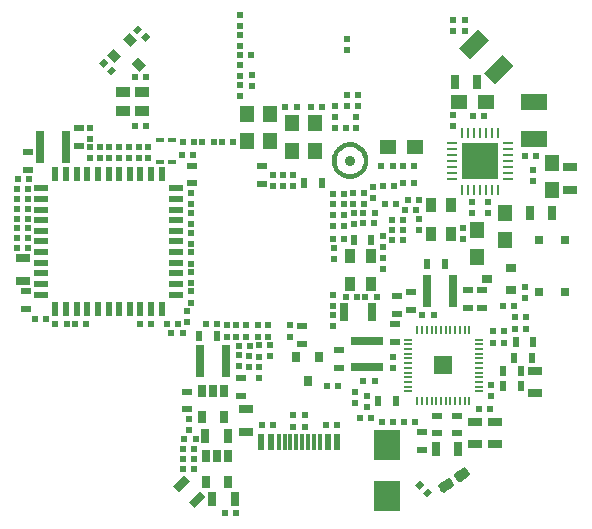
<source format=gtp>
G04 #@! TF.GenerationSoftware,KiCad,Pcbnew,5.1.5+dfsg1-2build2*
G04 #@! TF.CreationDate,2021-02-18T18:18:59+01:00*
G04 #@! TF.ProjectId,OtterCastAudioV2,4f747465-7243-4617-9374-417564696f56,rev?*
G04 #@! TF.SameCoordinates,Original*
G04 #@! TF.FileFunction,Paste,Top*
G04 #@! TF.FilePolarity,Positive*
%FSLAX46Y46*%
G04 Gerber Fmt 4.6, Leading zero omitted, Abs format (unit mm)*
G04 Created by KiCad (PCBNEW 5.1.5+dfsg1-2build2) date 2021-02-18 18:18:59*
%MOMM*%
%LPD*%
G04 APERTURE LIST*
%ADD10R,0.600000X0.500000*%
%ADD11R,0.500000X0.600000*%
%ADD12R,1.200000X0.510000*%
%ADD13R,0.510000X1.200000*%
%ADD14R,0.250000X0.900000*%
%ADD15R,0.900000X0.250000*%
%ADD16R,3.140000X3.140000*%
%ADD17C,0.100000*%
%ADD18R,0.790000X0.440000*%
%ADD19R,0.800000X2.700000*%
%ADD20R,0.900000X0.600000*%
%ADD21R,1.300000X0.700000*%
%ADD22R,0.650000X0.800000*%
%ADD23R,2.250000X1.315000*%
%ADD24R,1.250000X1.400000*%
%ADD25R,1.400000X1.250000*%
%ADD26R,0.750000X1.500000*%
%ADD27R,0.800000X0.900000*%
%ADD28R,0.600000X0.900000*%
%ADD29R,0.800000X0.200000*%
%ADD30R,0.200000X0.800000*%
%ADD31R,1.620000X1.620000*%
%ADD32R,2.700000X0.800000*%
%ADD33R,0.600000X1.450000*%
%ADD34R,0.300000X1.450000*%
%ADD35R,0.950000X1.200000*%
%ADD36R,0.650000X1.060000*%
%ADD37R,0.900000X0.800000*%
%ADD38C,0.900000*%
%ADD39R,0.700000X1.300000*%
%ADD40R,2.300000X2.500000*%
%ADD41R,1.225000X0.850000*%
G04 APERTURE END LIST*
D10*
X119100000Y-104570000D03*
X119100000Y-103630000D03*
D11*
X103270000Y-112000000D03*
X102330000Y-112000000D03*
D12*
X78130000Y-100700000D03*
X78130000Y-98000000D03*
X78130000Y-104300000D03*
X78130000Y-103400000D03*
X78130000Y-97100000D03*
X78130000Y-98900000D03*
X78130000Y-99800000D03*
X78130000Y-101600000D03*
X78130000Y-96200000D03*
X78130000Y-102500000D03*
X78130000Y-95300000D03*
X89570000Y-100700000D03*
X89570000Y-98000000D03*
X89570000Y-104300000D03*
X89570000Y-103400000D03*
X89570000Y-97100000D03*
X89570000Y-98900000D03*
X89570000Y-99800000D03*
X89570000Y-101600000D03*
X89570000Y-96200000D03*
X89570000Y-102500000D03*
X89570000Y-95300000D03*
D13*
X82950000Y-94080000D03*
X85650000Y-94080000D03*
X79350000Y-94080000D03*
X80250000Y-94080000D03*
X86550000Y-94080000D03*
X84750000Y-94080000D03*
X83850000Y-94080000D03*
X82050000Y-94080000D03*
X87450000Y-94080000D03*
X81150000Y-94080000D03*
X88350000Y-94080000D03*
X80250000Y-105520000D03*
X81150000Y-105520000D03*
X82050000Y-105520000D03*
X82950000Y-105520000D03*
X83850000Y-105520000D03*
X84750000Y-105520000D03*
X85650000Y-105520000D03*
X86550000Y-105520000D03*
X87450000Y-105520000D03*
X79350000Y-105520000D03*
X88350000Y-105520000D03*
D14*
X115800000Y-95400000D03*
X114300000Y-95400000D03*
X116300000Y-95400000D03*
X116800000Y-95400000D03*
X114800000Y-95400000D03*
X115300000Y-95400000D03*
X113800000Y-95400000D03*
X114800000Y-90600000D03*
X116300000Y-90600000D03*
X114300000Y-90600000D03*
X113800000Y-90600000D03*
X115800000Y-90600000D03*
X115300000Y-90600000D03*
X116800000Y-90600000D03*
D15*
X117700000Y-93500000D03*
X117700000Y-92000000D03*
X117700000Y-94000000D03*
X117700000Y-94500000D03*
X117700000Y-92500000D03*
X117700000Y-93000000D03*
X117700000Y-91500000D03*
X112900000Y-93500000D03*
X112900000Y-94000000D03*
X112900000Y-94500000D03*
X112900000Y-91500000D03*
X112900000Y-92000000D03*
X112900000Y-92500000D03*
X112900000Y-93000000D03*
D16*
X115300000Y-93000000D03*
D17*
G36*
X86568431Y-82517695D02*
G01*
X86992695Y-82093431D01*
X87346249Y-82446985D01*
X86921985Y-82871249D01*
X86568431Y-82517695D01*
G37*
G36*
X85903751Y-81853015D02*
G01*
X86328015Y-81428751D01*
X86681569Y-81782305D01*
X86257305Y-82206569D01*
X85903751Y-81853015D01*
G37*
G36*
X83693431Y-85392695D02*
G01*
X84117695Y-84968431D01*
X84471249Y-85321985D01*
X84046985Y-85746249D01*
X83693431Y-85392695D01*
G37*
G36*
X83028751Y-84728015D02*
G01*
X83453015Y-84303751D01*
X83806569Y-84657305D01*
X83382305Y-85081569D01*
X83028751Y-84728015D01*
G37*
D18*
X89220000Y-91240000D03*
X89220000Y-93040000D03*
X88220000Y-93040000D03*
X88220000Y-91240000D03*
D19*
X80260000Y-91760000D03*
X78060000Y-91760000D03*
D20*
X76990000Y-92210000D03*
X76990000Y-93710000D03*
D21*
X122940000Y-93500000D03*
X122940000Y-95400000D03*
D11*
X105420000Y-98260000D03*
X106360000Y-98260000D03*
X105430000Y-97410000D03*
X106370000Y-97410000D03*
X107865000Y-98820000D03*
X108805000Y-98820000D03*
X107855000Y-97990001D03*
X108795000Y-97990001D03*
D10*
X102900000Y-101295000D03*
X102900000Y-100355000D03*
D11*
X108820000Y-99650000D03*
X107880000Y-99650000D03*
D10*
X104585000Y-95700000D03*
X104585000Y-96640000D03*
X99200000Y-107845000D03*
X99200000Y-106905000D03*
X102850000Y-105270000D03*
X102850000Y-104330000D03*
X90825000Y-103320000D03*
X90825000Y-102380000D03*
X90825000Y-100730000D03*
X90825000Y-101670000D03*
D11*
X103800000Y-96650000D03*
X102860000Y-96650000D03*
X94855000Y-108650000D03*
X95795000Y-108650000D03*
D10*
X95500000Y-107845000D03*
X95500000Y-106905000D03*
D11*
X103800000Y-97550000D03*
X102860000Y-97550000D03*
D10*
X83930000Y-92770000D03*
X83930000Y-91830000D03*
D11*
X77050000Y-97030000D03*
X76110000Y-97030000D03*
D10*
X90825000Y-98345000D03*
X90825000Y-97405000D03*
D11*
X87460000Y-106770000D03*
X86520000Y-106770000D03*
D10*
X87220000Y-92770000D03*
X87220000Y-91830000D03*
X84750000Y-92770000D03*
X84750000Y-91830000D03*
X83110000Y-92770000D03*
X83110000Y-91830000D03*
X82290000Y-92770000D03*
X82290000Y-91830000D03*
D11*
X77045000Y-97860000D03*
X76105000Y-97860000D03*
X77045000Y-99520000D03*
X76105000Y-99520000D03*
X77045000Y-98690000D03*
X76105000Y-98690000D03*
X77045000Y-100350000D03*
X76105000Y-100350000D03*
D10*
X86400000Y-92770000D03*
X86400000Y-91830000D03*
X85580000Y-92770000D03*
X85580000Y-91830000D03*
X113000000Y-81080000D03*
X113000000Y-82020000D03*
X96000000Y-86670000D03*
X96000000Y-85730000D03*
X104000000Y-83570000D03*
X104000000Y-82630000D03*
D11*
X98830000Y-88400000D03*
X99770000Y-88400000D03*
X104030000Y-88300000D03*
X104970000Y-88300000D03*
X101920000Y-88400000D03*
X100980000Y-88400000D03*
D10*
X119800000Y-94670000D03*
X119800000Y-93730000D03*
D11*
X92745000Y-91350000D03*
X91805000Y-91350000D03*
D10*
X105440000Y-95700000D03*
X105440000Y-96640000D03*
X106280000Y-95200000D03*
X106280000Y-96140000D03*
D11*
X107080000Y-95090000D03*
X108020000Y-95090000D03*
X108770000Y-94850000D03*
X109710000Y-94850000D03*
D10*
X95000000Y-84880000D03*
X95000000Y-85820000D03*
D11*
X109745000Y-93375000D03*
X108805000Y-93375000D03*
X95920000Y-84050000D03*
X94980000Y-84050000D03*
X91070000Y-91350000D03*
X90130000Y-91350000D03*
D10*
X104825000Y-90220000D03*
X104825000Y-89280000D03*
X103000000Y-88330000D03*
X103000000Y-89270000D03*
X95000000Y-80630000D03*
X95000000Y-81570000D03*
X95000000Y-82280000D03*
X95000000Y-83220000D03*
D11*
X102860000Y-95750000D03*
X103800000Y-95750000D03*
X91220000Y-116525000D03*
X90280000Y-116525000D03*
D10*
X90650000Y-115745000D03*
X90650000Y-114805000D03*
D11*
X90130000Y-118250000D03*
X91070000Y-118250000D03*
X90130000Y-119075000D03*
X91070000Y-119075000D03*
D10*
X97550000Y-108580000D03*
X97550000Y-109520000D03*
X96550000Y-111345000D03*
X96550000Y-110405000D03*
X95725000Y-110395000D03*
X95725000Y-109455000D03*
X94900000Y-110370000D03*
X94900000Y-109430000D03*
D11*
X108830000Y-115050000D03*
X109770000Y-115050000D03*
X107920000Y-115050000D03*
X106980000Y-115050000D03*
X106070000Y-114750000D03*
X105130000Y-114750000D03*
X103170000Y-115300000D03*
X102230000Y-115300000D03*
X96830000Y-115300000D03*
X97770000Y-115300000D03*
D10*
X100500000Y-114530000D03*
X100500000Y-115470000D03*
X99500000Y-114530000D03*
X99500000Y-115470000D03*
D11*
X94670000Y-122775000D03*
X93730000Y-122775000D03*
X119220000Y-107200000D03*
X118280000Y-107200000D03*
X119220000Y-106200000D03*
X118280000Y-106200000D03*
X117300000Y-107350000D03*
X116360000Y-107350000D03*
X118170000Y-105300000D03*
X117230000Y-105300000D03*
D10*
X105700000Y-113795000D03*
X105700000Y-112855000D03*
D11*
X116120000Y-113950000D03*
X115180000Y-113950000D03*
D17*
G36*
X110556569Y-120382305D02*
G01*
X110132305Y-120806569D01*
X109778751Y-120453015D01*
X110203015Y-120028751D01*
X110556569Y-120382305D01*
G37*
G36*
X111221249Y-121046985D02*
G01*
X110796985Y-121471249D01*
X110443431Y-121117695D01*
X110867695Y-120693431D01*
X111221249Y-121046985D01*
G37*
D11*
X90080000Y-92450000D03*
X91020000Y-92450000D03*
X81030000Y-106775000D03*
X81970000Y-106775000D03*
X80295000Y-106775000D03*
X79355000Y-106775000D03*
X78595000Y-106350000D03*
X77655000Y-106350000D03*
X76120000Y-96200000D03*
X77060000Y-96200000D03*
X76110000Y-95370000D03*
X77050000Y-95370000D03*
X76190000Y-94540000D03*
X77130000Y-94540000D03*
X86080000Y-85900000D03*
X87020000Y-85900000D03*
X86080000Y-90000000D03*
X87020000Y-90000000D03*
D10*
X90825000Y-99995000D03*
X90825000Y-99055000D03*
X94675000Y-107845000D03*
X94675000Y-106905000D03*
X114625000Y-97370000D03*
X114625000Y-96430000D03*
X90500000Y-105705000D03*
X90500000Y-106645000D03*
D22*
X122475000Y-99700000D03*
X122475000Y-104100000D03*
X120325000Y-99700000D03*
X120325000Y-104100000D03*
D11*
X103820000Y-98450000D03*
X102880000Y-98450000D03*
D23*
X119850000Y-88012500D03*
X119850000Y-91087500D03*
D17*
G36*
X116023241Y-82732251D02*
G01*
X114432251Y-84323241D01*
X113502405Y-83393395D01*
X115093395Y-81802405D01*
X116023241Y-82732251D01*
G37*
G36*
X118197595Y-84906605D02*
G01*
X116606605Y-86497595D01*
X115676759Y-85567749D01*
X117267749Y-83976759D01*
X118197595Y-84906605D01*
G37*
D24*
X121400000Y-93150000D03*
X121400000Y-95450000D03*
D25*
X107475000Y-91800000D03*
X109775000Y-91800000D03*
D24*
X99400000Y-89800000D03*
X99400000Y-92100000D03*
X101350000Y-89800000D03*
X101350000Y-92100000D03*
X115025000Y-101125000D03*
X115025000Y-98825000D03*
X117400000Y-99700000D03*
X117400000Y-97400000D03*
X97500000Y-89000000D03*
X97500000Y-91300000D03*
X95549999Y-89000000D03*
X95549999Y-91300000D03*
D25*
X113525000Y-87950000D03*
X115825000Y-87950000D03*
D26*
X103750000Y-105800000D03*
X106150000Y-105800000D03*
D27*
X100700000Y-111600000D03*
X99750000Y-109600000D03*
X101650000Y-109600000D03*
D17*
G36*
X85806066Y-84771752D02*
G01*
X86371752Y-84206066D01*
X87008148Y-84842462D01*
X86442462Y-85408148D01*
X85806066Y-84771752D01*
G37*
G36*
X83720101Y-84029290D02*
G01*
X84285787Y-83463604D01*
X84922183Y-84100000D01*
X84356497Y-84665686D01*
X83720101Y-84029290D01*
G37*
G36*
X85063604Y-82685787D02*
G01*
X85629290Y-82120101D01*
X86265686Y-82756497D01*
X85700000Y-83322183D01*
X85063604Y-82685787D01*
G37*
D28*
X101940000Y-94820000D03*
X100440000Y-94820000D03*
D10*
X107950000Y-109605000D03*
X107950000Y-110545000D03*
D11*
X111370000Y-106050000D03*
X110430000Y-106050000D03*
D29*
X115175000Y-108100000D03*
X115175000Y-108500000D03*
X115175000Y-108900000D03*
X115175000Y-109300000D03*
X115175000Y-109700000D03*
X115175000Y-110100000D03*
X115175000Y-110500000D03*
X115175000Y-110900000D03*
X115175000Y-111300000D03*
X115175000Y-111700000D03*
X115175000Y-112100000D03*
X115175000Y-112500000D03*
D30*
X114400000Y-113275000D03*
X114000000Y-113275000D03*
X113600000Y-113275000D03*
X113200000Y-113275000D03*
X112800000Y-113275000D03*
X112400000Y-113275000D03*
X112000000Y-113275000D03*
X111600000Y-113275000D03*
X111200000Y-113275000D03*
X110800000Y-113275000D03*
X110400000Y-113275000D03*
X110000000Y-113275000D03*
D29*
X109225000Y-112500000D03*
X109225000Y-112100000D03*
X109225000Y-111700000D03*
X109225000Y-111300000D03*
X109225000Y-110900000D03*
X109225000Y-110500000D03*
X109225000Y-110100000D03*
X109225000Y-109700000D03*
X109225000Y-109300000D03*
X109225000Y-108900000D03*
X109225000Y-108500000D03*
X109225000Y-108100000D03*
D30*
X110000000Y-107325000D03*
X110400000Y-107325000D03*
X110800000Y-107325000D03*
X111200000Y-107325000D03*
X111600000Y-107325000D03*
X112000000Y-107325000D03*
X112400000Y-107325000D03*
X112800000Y-107325000D03*
X113200000Y-107325000D03*
X113600000Y-107325000D03*
X114000000Y-107325000D03*
X114400000Y-107325000D03*
D31*
X112200000Y-110300000D03*
D19*
X93775000Y-109950000D03*
X91575000Y-109950000D03*
D32*
X105700000Y-110400000D03*
X105700000Y-108200000D03*
D17*
G36*
X112659100Y-119842930D02*
G01*
X112679741Y-119845900D01*
X112699992Y-119850879D01*
X112719657Y-119857819D01*
X112738547Y-119866652D01*
X112756481Y-119877295D01*
X112773285Y-119889645D01*
X112788797Y-119903582D01*
X112802869Y-119918972D01*
X112815364Y-119935668D01*
X113053021Y-120288009D01*
X113063820Y-120305848D01*
X113072819Y-120324661D01*
X113079930Y-120344265D01*
X113085085Y-120364471D01*
X113088235Y-120385086D01*
X113089349Y-120405910D01*
X113088417Y-120426743D01*
X113085447Y-120447384D01*
X113080468Y-120467635D01*
X113073528Y-120487300D01*
X113064695Y-120506190D01*
X113054052Y-120524124D01*
X113041702Y-120540928D01*
X113027765Y-120556440D01*
X113012375Y-120570512D01*
X112995679Y-120583007D01*
X112332448Y-121030362D01*
X112314609Y-121041161D01*
X112295796Y-121050160D01*
X112276192Y-121057271D01*
X112255986Y-121062426D01*
X112235371Y-121065576D01*
X112214547Y-121066690D01*
X112193714Y-121065758D01*
X112173073Y-121062788D01*
X112152822Y-121057809D01*
X112133157Y-121050869D01*
X112114267Y-121042036D01*
X112096333Y-121031393D01*
X112079529Y-121019043D01*
X112064017Y-121005106D01*
X112049945Y-120989716D01*
X112037450Y-120973020D01*
X111799793Y-120620679D01*
X111788994Y-120602840D01*
X111779995Y-120584027D01*
X111772884Y-120564423D01*
X111767729Y-120544217D01*
X111764579Y-120523602D01*
X111763465Y-120502778D01*
X111764397Y-120481945D01*
X111767367Y-120461304D01*
X111772346Y-120441053D01*
X111779286Y-120421388D01*
X111788119Y-120402498D01*
X111798762Y-120384564D01*
X111811112Y-120367760D01*
X111825049Y-120352248D01*
X111840439Y-120338176D01*
X111857135Y-120325681D01*
X112520366Y-119878326D01*
X112538205Y-119867527D01*
X112557018Y-119858528D01*
X112576622Y-119851417D01*
X112596828Y-119846262D01*
X112617443Y-119843112D01*
X112638267Y-119841998D01*
X112659100Y-119842930D01*
G37*
G36*
X114006286Y-118934242D02*
G01*
X114026927Y-118937212D01*
X114047178Y-118942191D01*
X114066843Y-118949131D01*
X114085733Y-118957964D01*
X114103667Y-118968607D01*
X114120471Y-118980957D01*
X114135983Y-118994894D01*
X114150055Y-119010284D01*
X114162550Y-119026980D01*
X114400207Y-119379321D01*
X114411006Y-119397160D01*
X114420005Y-119415973D01*
X114427116Y-119435577D01*
X114432271Y-119455783D01*
X114435421Y-119476398D01*
X114436535Y-119497222D01*
X114435603Y-119518055D01*
X114432633Y-119538696D01*
X114427654Y-119558947D01*
X114420714Y-119578612D01*
X114411881Y-119597502D01*
X114401238Y-119615436D01*
X114388888Y-119632240D01*
X114374951Y-119647752D01*
X114359561Y-119661824D01*
X114342865Y-119674319D01*
X113679634Y-120121674D01*
X113661795Y-120132473D01*
X113642982Y-120141472D01*
X113623378Y-120148583D01*
X113603172Y-120153738D01*
X113582557Y-120156888D01*
X113561733Y-120158002D01*
X113540900Y-120157070D01*
X113520259Y-120154100D01*
X113500008Y-120149121D01*
X113480343Y-120142181D01*
X113461453Y-120133348D01*
X113443519Y-120122705D01*
X113426715Y-120110355D01*
X113411203Y-120096418D01*
X113397131Y-120081028D01*
X113384636Y-120064332D01*
X113146979Y-119711991D01*
X113136180Y-119694152D01*
X113127181Y-119675339D01*
X113120070Y-119655735D01*
X113114915Y-119635529D01*
X113111765Y-119614914D01*
X113110651Y-119594090D01*
X113111583Y-119573257D01*
X113114553Y-119552616D01*
X113119532Y-119532365D01*
X113126472Y-119512700D01*
X113135305Y-119493810D01*
X113145948Y-119475876D01*
X113158298Y-119459072D01*
X113172235Y-119443560D01*
X113187625Y-119429488D01*
X113204321Y-119416993D01*
X113867552Y-118969638D01*
X113885391Y-118958839D01*
X113904204Y-118949840D01*
X113923808Y-118942729D01*
X113944014Y-118937574D01*
X113964629Y-118934424D01*
X113985453Y-118933310D01*
X114006286Y-118934242D01*
G37*
D10*
X116200000Y-112870000D03*
X116200000Y-111930000D03*
D33*
X97600000Y-116800000D03*
X102400000Y-116800000D03*
X103200000Y-116800000D03*
X96800000Y-116800000D03*
X103200000Y-116800000D03*
X102400000Y-116800000D03*
D34*
X101750000Y-116800000D03*
X101250000Y-116800000D03*
X100750000Y-116800000D03*
X100250000Y-116800000D03*
X99750000Y-116800000D03*
X99250000Y-116800000D03*
X98750000Y-116800000D03*
X98250000Y-116800000D03*
D33*
X97600000Y-116800000D03*
X96800000Y-116800000D03*
D35*
X106075000Y-101000000D03*
X106075000Y-103400000D03*
X104325000Y-103400000D03*
X104325000Y-101000000D03*
X111125000Y-99150000D03*
X111125000Y-96750000D03*
X112875000Y-96750000D03*
X112875000Y-99150000D03*
D36*
X94000000Y-120150000D03*
X92100000Y-120150000D03*
X92100000Y-117950000D03*
X93050000Y-117950000D03*
X94000000Y-117950000D03*
X93625000Y-114625000D03*
X91725000Y-114625000D03*
X91725000Y-112425000D03*
X92675000Y-112425000D03*
X93625000Y-112425000D03*
D37*
X115900000Y-103000000D03*
X117900000Y-102050000D03*
X117900000Y-103950000D03*
D17*
G36*
X105544972Y-92026666D02*
G01*
X105629479Y-92153141D01*
X105701183Y-92287290D01*
X105759393Y-92427821D01*
X105803548Y-92573381D01*
X105833224Y-92722568D01*
X105848133Y-92873945D01*
X105848133Y-93026055D01*
X105833224Y-93177433D01*
X105803548Y-93326619D01*
X105759393Y-93472179D01*
X105701183Y-93612711D01*
X105629479Y-93746859D01*
X105544972Y-93873335D01*
X105448475Y-93990916D01*
X105340916Y-94098475D01*
X105223335Y-94194972D01*
X105096859Y-94279479D01*
X104962711Y-94351183D01*
X104822179Y-94409393D01*
X104676619Y-94453548D01*
X104527433Y-94483224D01*
X104376055Y-94498133D01*
X104223945Y-94498133D01*
X104072568Y-94483224D01*
X103923381Y-94453548D01*
X103777821Y-94409393D01*
X103637290Y-94351183D01*
X103503141Y-94279479D01*
X103376666Y-94194972D01*
X103259084Y-94098475D01*
X103151526Y-93990916D01*
X103055028Y-93873335D01*
X102970521Y-93746859D01*
X102898817Y-93612711D01*
X102840607Y-93472179D01*
X102796452Y-93326619D01*
X102766776Y-93177433D01*
X102751868Y-93026055D01*
X102751868Y-92873945D01*
X102766776Y-92722568D01*
X102796452Y-92573381D01*
X102840607Y-92427821D01*
X102898817Y-92287290D01*
X102970521Y-92153141D01*
X103055028Y-92026666D01*
X103151526Y-91909084D01*
X103186693Y-91873917D01*
X103197216Y-91861095D01*
X103211095Y-91847216D01*
X103223917Y-91836693D01*
X103245205Y-91815404D01*
X103527707Y-92097906D01*
X103447906Y-92177707D01*
X103376312Y-92264946D01*
X103313612Y-92358782D01*
X103260412Y-92458311D01*
X103217225Y-92562576D01*
X103184464Y-92670573D01*
X103162447Y-92781260D01*
X103151385Y-92893572D01*
X103151385Y-93006428D01*
X103162447Y-93118741D01*
X103184464Y-93229428D01*
X103217225Y-93337424D01*
X103260412Y-93441689D01*
X103313612Y-93541218D01*
X103376312Y-93635054D01*
X103447906Y-93722293D01*
X103527707Y-93802094D01*
X103614946Y-93873689D01*
X103708782Y-93936388D01*
X103808311Y-93989588D01*
X103912576Y-94032776D01*
X104020573Y-94065536D01*
X104131260Y-94087553D01*
X104243572Y-94098615D01*
X104356428Y-94098615D01*
X104468741Y-94087553D01*
X104579428Y-94065536D01*
X104687424Y-94032776D01*
X104791689Y-93989588D01*
X104891218Y-93936388D01*
X104985054Y-93873689D01*
X105072293Y-93802094D01*
X105152094Y-93722293D01*
X105223689Y-93635054D01*
X105286388Y-93541218D01*
X105339588Y-93441689D01*
X105382776Y-93337424D01*
X105415536Y-93229428D01*
X105437553Y-93118741D01*
X105448615Y-93006428D01*
X105448615Y-92893572D01*
X105437553Y-92781260D01*
X105415536Y-92670573D01*
X105382776Y-92562576D01*
X105339588Y-92458311D01*
X105286388Y-92358782D01*
X105223689Y-92264946D01*
X105152094Y-92177707D01*
X105072293Y-92097906D01*
X104985054Y-92026312D01*
X104891218Y-91963612D01*
X104791689Y-91910412D01*
X104687424Y-91867225D01*
X104579428Y-91834464D01*
X104468741Y-91812447D01*
X104356428Y-91801385D01*
X104243572Y-91801385D01*
X104131260Y-91812447D01*
X104020573Y-91834464D01*
X103912576Y-91867225D01*
X103808311Y-91910412D01*
X103708782Y-91963612D01*
X103614946Y-92026312D01*
X103527707Y-92097906D01*
X103245205Y-91815404D01*
X103259084Y-91801526D01*
X103376666Y-91705028D01*
X103503141Y-91620521D01*
X103637290Y-91548817D01*
X103777821Y-91490607D01*
X103923381Y-91446452D01*
X104072568Y-91416776D01*
X104223945Y-91401868D01*
X104376055Y-91401868D01*
X104527433Y-91416776D01*
X104676619Y-91446452D01*
X104822179Y-91490607D01*
X104962711Y-91548817D01*
X105096859Y-91620521D01*
X105223335Y-91705028D01*
X105340916Y-91801526D01*
X105448475Y-91909084D01*
X105544972Y-92026666D01*
G37*
D38*
X104300000Y-92950000D03*
D19*
X110800000Y-104000000D03*
X113000000Y-104000000D03*
D39*
X113175000Y-86275000D03*
X115075000Y-86275000D03*
X119500000Y-97375000D03*
X121400000Y-97375000D03*
D21*
X76640000Y-103130000D03*
X76640000Y-101230000D03*
D40*
X107450000Y-117050000D03*
X107450000Y-121350000D03*
D41*
X86717500Y-87145000D03*
X85092500Y-87145000D03*
X86717500Y-88750000D03*
X85092500Y-88750000D03*
D21*
X119975000Y-112650000D03*
X119975000Y-110750000D03*
D11*
X109870000Y-97150000D03*
X108930000Y-97150000D03*
X110120000Y-96330000D03*
X109180000Y-96330000D03*
D10*
X104600000Y-98320000D03*
X104600000Y-97380000D03*
D11*
X108190000Y-96610000D03*
X107250000Y-96610000D03*
X103820000Y-99550000D03*
X102880000Y-99550000D03*
X104870000Y-104525000D03*
X103930000Y-104525000D03*
D10*
X102850000Y-106945000D03*
X102850000Y-106005000D03*
D20*
X100200000Y-108450000D03*
X100200000Y-106950000D03*
D11*
X105605000Y-104525000D03*
X106545000Y-104525000D03*
D10*
X107075000Y-101230000D03*
X107075000Y-102170000D03*
D28*
X106100000Y-99710000D03*
X104600000Y-99710000D03*
D10*
X97350000Y-107850000D03*
X97350000Y-106910000D03*
X96575000Y-109545000D03*
X96575000Y-108605000D03*
X107100000Y-100295000D03*
X107100000Y-99355000D03*
X96500000Y-107845000D03*
X96500000Y-106905000D03*
X90825000Y-104030000D03*
X90825000Y-104970000D03*
D11*
X89720000Y-106750000D03*
X88780000Y-106750000D03*
D10*
X82290000Y-91110000D03*
X82290000Y-90170000D03*
D11*
X90120000Y-107575000D03*
X89180000Y-107575000D03*
D20*
X81330000Y-91730000D03*
X81330000Y-90230000D03*
D10*
X90825000Y-95655000D03*
X90825000Y-96595000D03*
D20*
X90950000Y-94875000D03*
X90950000Y-93375000D03*
D10*
X114000000Y-81080000D03*
X114000000Y-82020000D03*
D11*
X104030000Y-87400000D03*
X104970000Y-87400000D03*
D10*
X115975000Y-97370000D03*
X115975000Y-96430000D03*
X113050000Y-89995000D03*
X113050000Y-89055000D03*
D11*
X120070000Y-92600000D03*
X119130000Y-92600000D03*
X114730000Y-89150000D03*
X115670000Y-89150000D03*
X93480000Y-91350000D03*
X94420000Y-91350000D03*
D10*
X113875000Y-99620000D03*
X113875000Y-98680000D03*
X110125000Y-98870000D03*
X110125000Y-97930000D03*
X95000000Y-87520000D03*
X95000000Y-86580000D03*
D11*
X106955000Y-93375000D03*
X107895000Y-93375000D03*
X103030000Y-90150000D03*
X103970000Y-90150000D03*
D39*
X92050000Y-116300000D03*
X93950000Y-116300000D03*
D11*
X91070000Y-117350000D03*
X90130000Y-117350000D03*
D21*
X95475000Y-115925000D03*
X95475000Y-114025000D03*
D39*
X92650000Y-121600000D03*
X94550000Y-121600000D03*
D28*
X91525000Y-107775000D03*
X93025000Y-107775000D03*
D20*
X96840000Y-93425000D03*
X96840000Y-94925000D03*
D11*
X92080000Y-106800000D03*
X93020000Y-106800000D03*
D10*
X97810000Y-94130000D03*
X97810000Y-95070000D03*
X98630000Y-94130000D03*
X98630000Y-95070000D03*
X93850000Y-107845000D03*
X93850000Y-106905000D03*
X99450000Y-94130000D03*
X99450000Y-95070000D03*
D20*
X95100000Y-112850000D03*
X95100000Y-111350000D03*
X90500000Y-112525000D03*
X90500000Y-114025000D03*
X109500000Y-104100000D03*
X109500000Y-105600000D03*
D28*
X118750000Y-112000000D03*
X117250000Y-112000000D03*
X118750000Y-110800000D03*
X117250000Y-110800000D03*
D20*
X108300000Y-104400000D03*
X108300000Y-105900000D03*
X110350000Y-117450000D03*
X110350000Y-115950000D03*
X108100000Y-106800000D03*
X108100000Y-108300000D03*
X103400000Y-109000000D03*
X103400000Y-110500000D03*
D28*
X112300000Y-101700000D03*
X110800000Y-101700000D03*
D20*
X115500000Y-103925000D03*
X115500000Y-105425000D03*
D28*
X119825000Y-108350000D03*
X118325000Y-108350000D03*
D20*
X114300000Y-103925000D03*
X114300000Y-105425000D03*
D28*
X119700000Y-109650000D03*
X118200000Y-109650000D03*
D20*
X113350000Y-116050000D03*
X113350000Y-114550000D03*
D17*
G36*
X90710356Y-120091117D02*
G01*
X89791117Y-121010356D01*
X89296142Y-120515381D01*
X90215381Y-119596142D01*
X90710356Y-120091117D01*
G37*
G36*
X92053858Y-121434619D02*
G01*
X91134619Y-122353858D01*
X90639644Y-121858883D01*
X91558883Y-120939644D01*
X92053858Y-121434619D01*
G37*
D11*
X117370000Y-108420000D03*
X116430000Y-108420000D03*
D39*
X113450000Y-117400000D03*
X111550000Y-117400000D03*
D21*
X114850000Y-116950000D03*
X114850000Y-115050000D03*
D28*
X108150000Y-113300000D03*
X106650000Y-113300000D03*
D10*
X104700000Y-113470000D03*
X104700000Y-112530000D03*
D11*
X105430000Y-111600000D03*
X106370000Y-111600000D03*
D20*
X111650000Y-116050000D03*
X111650000Y-114550000D03*
D21*
X116550000Y-116950000D03*
X116550000Y-115050000D03*
D20*
X76840000Y-105505000D03*
X76840000Y-104005000D03*
M02*

</source>
